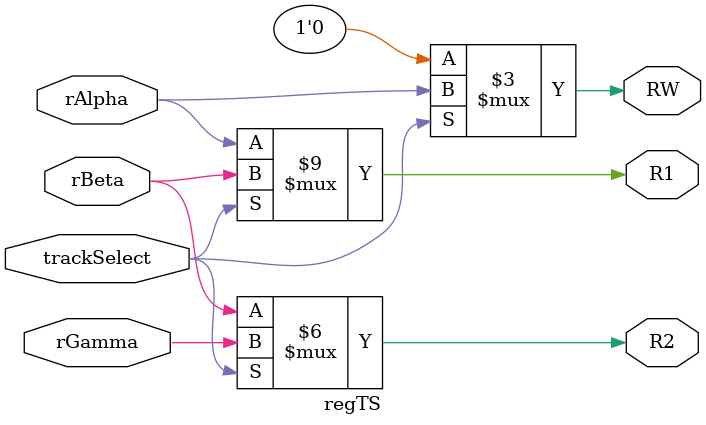
<source format=v>
module regTS (
    input trackSelect,
    input rAlpha,
    input rBeta,
    input rGamma,
    output reg R1,
    output reg R2,
    output reg RW
);

  always @* begin
    if(trackSelect) begin
      R1 <= rBeta;
      R2 <= rGamma;
      RW <= rAlpha;
    end else begin
      R1 <= rAlpha;
      R2 <= rBeta;
      RW <= 0;// dont care
    end
  end

endmodule

</source>
